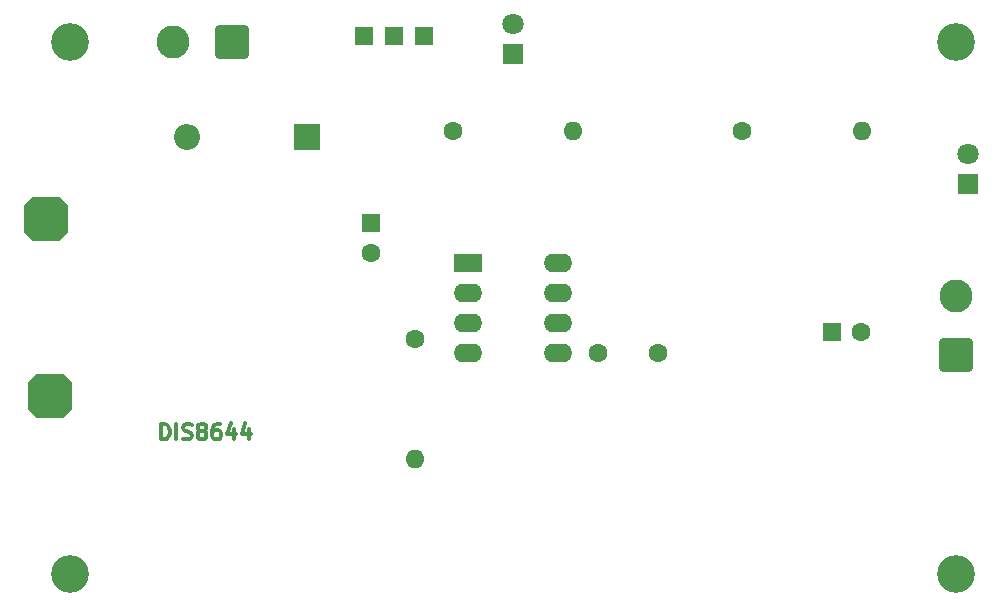
<source format=gbr>
%TF.GenerationSoftware,KiCad,Pcbnew,8.0.8*%
%TF.CreationDate,2025-04-25T12:53:52-04:00*%
%TF.ProjectId,udpudu,75647075-6475-42e6-9b69-6361645f7063,rev?*%
%TF.SameCoordinates,Original*%
%TF.FileFunction,Soldermask,Top*%
%TF.FilePolarity,Negative*%
%FSLAX46Y46*%
G04 Gerber Fmt 4.6, Leading zero omitted, Abs format (unit mm)*
G04 Created by KiCad (PCBNEW 8.0.8) date 2025-04-25 12:53:52*
%MOMM*%
%LPD*%
G01*
G04 APERTURE LIST*
G04 Aperture macros list*
%AMRoundRect*
0 Rectangle with rounded corners*
0 $1 Rounding radius*
0 $2 $3 $4 $5 $6 $7 $8 $9 X,Y pos of 4 corners*
0 Add a 4 corners polygon primitive as box body*
4,1,4,$2,$3,$4,$5,$6,$7,$8,$9,$2,$3,0*
0 Add four circle primitives for the rounded corners*
1,1,$1+$1,$2,$3*
1,1,$1+$1,$4,$5*
1,1,$1+$1,$6,$7*
1,1,$1+$1,$8,$9*
0 Add four rect primitives between the rounded corners*
20,1,$1+$1,$2,$3,$4,$5,0*
20,1,$1+$1,$4,$5,$6,$7,0*
20,1,$1+$1,$6,$7,$8,$9,0*
20,1,$1+$1,$8,$9,$2,$3,0*%
%AMOutline5P*
0 Free polygon, 5 corners , with rotation*
0 The origin of the aperture is its center*
0 number of corners: always 5*
0 $1 to $10 corner X, Y*
0 $11 Rotation angle, in degrees counterclockwise*
0 create outline with 5 corners*
4,1,5,$1,$2,$3,$4,$5,$6,$7,$8,$9,$10,$1,$2,$11*%
%AMOutline6P*
0 Free polygon, 6 corners , with rotation*
0 The origin of the aperture is its center*
0 number of corners: always 6*
0 $1 to $12 corner X, Y*
0 $13 Rotation angle, in degrees counterclockwise*
0 create outline with 6 corners*
4,1,6,$1,$2,$3,$4,$5,$6,$7,$8,$9,$10,$11,$12,$1,$2,$13*%
%AMOutline7P*
0 Free polygon, 7 corners , with rotation*
0 The origin of the aperture is its center*
0 number of corners: always 7*
0 $1 to $14 corner X, Y*
0 $15 Rotation angle, in degrees counterclockwise*
0 create outline with 7 corners*
4,1,7,$1,$2,$3,$4,$5,$6,$7,$8,$9,$10,$11,$12,$13,$14,$1,$2,$15*%
%AMOutline8P*
0 Free polygon, 8 corners , with rotation*
0 The origin of the aperture is its center*
0 number of corners: always 8*
0 $1 to $16 corner X, Y*
0 $17 Rotation angle, in degrees counterclockwise*
0 create outline with 8 corners*
4,1,8,$1,$2,$3,$4,$5,$6,$7,$8,$9,$10,$11,$12,$13,$14,$15,$16,$1,$2,$17*%
G04 Aperture macros list end*
%ADD10C,0.300000*%
%ADD11C,3.200000*%
%ADD12R,1.800000X1.800000*%
%ADD13C,1.800000*%
%ADD14Outline8P,-1.900000X1.140000X-1.140000X1.900000X1.140000X1.900000X1.900000X1.140000X1.900000X-1.140000X1.140000X-1.900000X-1.140000X-1.900000X-1.900000X-1.140000X0.000000*%
%ADD15RoundRect,0.250001X1.149999X-1.149999X1.149999X1.149999X-1.149999X1.149999X-1.149999X-1.149999X0*%
%ADD16C,2.800000*%
%ADD17R,2.200000X2.200000*%
%ADD18O,2.200000X2.200000*%
%ADD19R,2.400000X1.600000*%
%ADD20O,2.400000X1.600000*%
%ADD21R,1.600000X1.600000*%
%ADD22C,1.600000*%
%ADD23R,1.500000X1.500000*%
%ADD24O,1.600000X1.600000*%
%ADD25RoundRect,0.250001X1.149999X1.149999X-1.149999X1.149999X-1.149999X-1.149999X1.149999X-1.149999X0*%
G04 APERTURE END LIST*
D10*
X62719601Y-88630517D02*
X62719601Y-87330517D01*
X62719601Y-87330517D02*
X63029125Y-87330517D01*
X63029125Y-87330517D02*
X63214839Y-87392422D01*
X63214839Y-87392422D02*
X63338649Y-87516232D01*
X63338649Y-87516232D02*
X63400554Y-87640041D01*
X63400554Y-87640041D02*
X63462458Y-87887660D01*
X63462458Y-87887660D02*
X63462458Y-88073374D01*
X63462458Y-88073374D02*
X63400554Y-88320993D01*
X63400554Y-88320993D02*
X63338649Y-88444803D01*
X63338649Y-88444803D02*
X63214839Y-88568613D01*
X63214839Y-88568613D02*
X63029125Y-88630517D01*
X63029125Y-88630517D02*
X62719601Y-88630517D01*
X64019601Y-88630517D02*
X64019601Y-87330517D01*
X64576745Y-88568613D02*
X64762459Y-88630517D01*
X64762459Y-88630517D02*
X65071983Y-88630517D01*
X65071983Y-88630517D02*
X65195792Y-88568613D01*
X65195792Y-88568613D02*
X65257697Y-88506708D01*
X65257697Y-88506708D02*
X65319602Y-88382898D01*
X65319602Y-88382898D02*
X65319602Y-88259089D01*
X65319602Y-88259089D02*
X65257697Y-88135279D01*
X65257697Y-88135279D02*
X65195792Y-88073374D01*
X65195792Y-88073374D02*
X65071983Y-88011470D01*
X65071983Y-88011470D02*
X64824364Y-87949565D01*
X64824364Y-87949565D02*
X64700554Y-87887660D01*
X64700554Y-87887660D02*
X64638649Y-87825755D01*
X64638649Y-87825755D02*
X64576745Y-87701946D01*
X64576745Y-87701946D02*
X64576745Y-87578136D01*
X64576745Y-87578136D02*
X64638649Y-87454327D01*
X64638649Y-87454327D02*
X64700554Y-87392422D01*
X64700554Y-87392422D02*
X64824364Y-87330517D01*
X64824364Y-87330517D02*
X65133887Y-87330517D01*
X65133887Y-87330517D02*
X65319602Y-87392422D01*
X66062459Y-87887660D02*
X65938649Y-87825755D01*
X65938649Y-87825755D02*
X65876744Y-87763851D01*
X65876744Y-87763851D02*
X65814840Y-87640041D01*
X65814840Y-87640041D02*
X65814840Y-87578136D01*
X65814840Y-87578136D02*
X65876744Y-87454327D01*
X65876744Y-87454327D02*
X65938649Y-87392422D01*
X65938649Y-87392422D02*
X66062459Y-87330517D01*
X66062459Y-87330517D02*
X66310078Y-87330517D01*
X66310078Y-87330517D02*
X66433887Y-87392422D01*
X66433887Y-87392422D02*
X66495792Y-87454327D01*
X66495792Y-87454327D02*
X66557697Y-87578136D01*
X66557697Y-87578136D02*
X66557697Y-87640041D01*
X66557697Y-87640041D02*
X66495792Y-87763851D01*
X66495792Y-87763851D02*
X66433887Y-87825755D01*
X66433887Y-87825755D02*
X66310078Y-87887660D01*
X66310078Y-87887660D02*
X66062459Y-87887660D01*
X66062459Y-87887660D02*
X65938649Y-87949565D01*
X65938649Y-87949565D02*
X65876744Y-88011470D01*
X65876744Y-88011470D02*
X65814840Y-88135279D01*
X65814840Y-88135279D02*
X65814840Y-88382898D01*
X65814840Y-88382898D02*
X65876744Y-88506708D01*
X65876744Y-88506708D02*
X65938649Y-88568613D01*
X65938649Y-88568613D02*
X66062459Y-88630517D01*
X66062459Y-88630517D02*
X66310078Y-88630517D01*
X66310078Y-88630517D02*
X66433887Y-88568613D01*
X66433887Y-88568613D02*
X66495792Y-88506708D01*
X66495792Y-88506708D02*
X66557697Y-88382898D01*
X66557697Y-88382898D02*
X66557697Y-88135279D01*
X66557697Y-88135279D02*
X66495792Y-88011470D01*
X66495792Y-88011470D02*
X66433887Y-87949565D01*
X66433887Y-87949565D02*
X66310078Y-87887660D01*
X67671982Y-87330517D02*
X67424363Y-87330517D01*
X67424363Y-87330517D02*
X67300554Y-87392422D01*
X67300554Y-87392422D02*
X67238649Y-87454327D01*
X67238649Y-87454327D02*
X67114839Y-87640041D01*
X67114839Y-87640041D02*
X67052935Y-87887660D01*
X67052935Y-87887660D02*
X67052935Y-88382898D01*
X67052935Y-88382898D02*
X67114839Y-88506708D01*
X67114839Y-88506708D02*
X67176744Y-88568613D01*
X67176744Y-88568613D02*
X67300554Y-88630517D01*
X67300554Y-88630517D02*
X67548173Y-88630517D01*
X67548173Y-88630517D02*
X67671982Y-88568613D01*
X67671982Y-88568613D02*
X67733887Y-88506708D01*
X67733887Y-88506708D02*
X67795792Y-88382898D01*
X67795792Y-88382898D02*
X67795792Y-88073374D01*
X67795792Y-88073374D02*
X67733887Y-87949565D01*
X67733887Y-87949565D02*
X67671982Y-87887660D01*
X67671982Y-87887660D02*
X67548173Y-87825755D01*
X67548173Y-87825755D02*
X67300554Y-87825755D01*
X67300554Y-87825755D02*
X67176744Y-87887660D01*
X67176744Y-87887660D02*
X67114839Y-87949565D01*
X67114839Y-87949565D02*
X67052935Y-88073374D01*
X68910077Y-87763851D02*
X68910077Y-88630517D01*
X68600553Y-87268613D02*
X68291030Y-88197184D01*
X68291030Y-88197184D02*
X69095791Y-88197184D01*
X70148172Y-87763851D02*
X70148172Y-88630517D01*
X69838648Y-87268613D02*
X69529125Y-88197184D01*
X69529125Y-88197184D02*
X70333886Y-88197184D01*
D11*
%TO.C,H4*%
X130000000Y-100000000D03*
%TD*%
%TO.C,H3*%
X55000000Y-100000000D03*
%TD*%
%TO.C,H2*%
X130000000Y-55000000D03*
%TD*%
%TO.C,H1*%
X55000000Y-55000000D03*
%TD*%
D12*
%TO.C,D2*%
X131000000Y-67040000D03*
D13*
X131000000Y-64500000D03*
%TD*%
D14*
%TO.C,J3*%
X53310000Y-85000000D03*
%TD*%
%TO.C,J1*%
X53000000Y-70000000D03*
%TD*%
D15*
%TO.C,LS1*%
X130000000Y-81500000D03*
D16*
X130000000Y-76500000D03*
%TD*%
D12*
%TO.C,D3*%
X92500000Y-56040000D03*
D13*
X92500000Y-53500000D03*
%TD*%
D17*
%TO.C,D1*%
X75080000Y-63000000D03*
D18*
X64920000Y-63000000D03*
%TD*%
D19*
%TO.C,U1*%
X88700000Y-73700000D03*
D20*
X88700000Y-76240000D03*
X88700000Y-78780000D03*
X88700000Y-81320000D03*
X96320000Y-81320000D03*
X96320000Y-78780000D03*
X96320000Y-76240000D03*
X96320000Y-73700000D03*
%TD*%
D21*
%TO.C,C4*%
X80450000Y-70350000D03*
D22*
X80450000Y-72850000D03*
%TD*%
D23*
%TO.C,SW1*%
X79920000Y-54500000D03*
X82460000Y-54500000D03*
X85000000Y-54500000D03*
%TD*%
D22*
%TO.C,R2*%
X84200000Y-80095000D03*
D24*
X84200000Y-90255000D03*
%TD*%
D25*
%TO.C,J2*%
X68750000Y-55000000D03*
D16*
X63750000Y-55000000D03*
%TD*%
D22*
%TO.C,R4*%
X87420000Y-62500000D03*
D24*
X97580000Y-62500000D03*
%TD*%
D22*
%TO.C,C3*%
X99750000Y-81300000D03*
X104750000Y-81300000D03*
%TD*%
D21*
%TO.C,C5*%
X119500000Y-79500000D03*
D22*
X122000000Y-79500000D03*
%TD*%
%TO.C,R3*%
X111920000Y-62500000D03*
D24*
X122080000Y-62500000D03*
%TD*%
M02*

</source>
